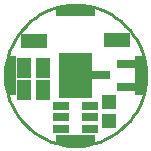
<source format=gbr>
G04 EAGLE Gerber RS-274X export*
G75*
%MOMM*%
%FSLAX34Y34*%
%LPD*%
%INSoldermask Top*%
%IPPOS*%
%AMOC8*
5,1,8,0,0,1.08239X$1,22.5*%
G01*
%ADD10R,1.173200X1.673200*%
%ADD11R,1.403200X0.803200*%
%ADD12R,1.503200X0.803200*%
%ADD13R,1.203200X1.153200*%
%ADD14R,2.203200X1.203200*%
%ADD15C,0.254000*%

G36*
X73662Y40515D02*
X73662Y40515D01*
X73664Y40514D01*
X73707Y40534D01*
X73751Y40552D01*
X73751Y40554D01*
X73753Y40555D01*
X73786Y40640D01*
X73786Y78740D01*
X73785Y78742D01*
X73786Y78744D01*
X73766Y78787D01*
X73748Y78831D01*
X73746Y78831D01*
X73745Y78833D01*
X73660Y78866D01*
X45720Y78866D01*
X45718Y78865D01*
X45716Y78866D01*
X45673Y78846D01*
X45629Y78828D01*
X45629Y78826D01*
X45627Y78825D01*
X45594Y78740D01*
X45594Y40640D01*
X45595Y40638D01*
X45594Y40636D01*
X45614Y40593D01*
X45632Y40549D01*
X45634Y40549D01*
X45635Y40547D01*
X45720Y40514D01*
X73660Y40514D01*
X73662Y40515D01*
G37*
G36*
X76202Y110365D02*
X76202Y110365D01*
X76204Y110364D01*
X76247Y110384D01*
X76291Y110402D01*
X76291Y110404D01*
X76293Y110405D01*
X76326Y110490D01*
X76326Y116586D01*
X76311Y116623D01*
X76302Y116661D01*
X76292Y116667D01*
X76288Y116677D01*
X76260Y116688D01*
X76225Y116710D01*
X68605Y118234D01*
X68593Y118231D01*
X68580Y118236D01*
X50800Y118236D01*
X50789Y118231D01*
X50775Y118234D01*
X43155Y116710D01*
X43123Y116688D01*
X43087Y116671D01*
X43082Y116660D01*
X43074Y116654D01*
X43069Y116625D01*
X43054Y116586D01*
X43054Y110490D01*
X43055Y110488D01*
X43054Y110486D01*
X43074Y110443D01*
X43092Y110399D01*
X43094Y110399D01*
X43095Y110397D01*
X43180Y110364D01*
X76200Y110364D01*
X76202Y110365D01*
G37*
G36*
X116623Y43069D02*
X116623Y43069D01*
X116661Y43078D01*
X116667Y43088D01*
X116677Y43092D01*
X116688Y43120D01*
X116710Y43155D01*
X118234Y50775D01*
X118231Y50787D01*
X118236Y50800D01*
X118236Y68580D01*
X118231Y68591D01*
X118234Y68605D01*
X116710Y76225D01*
X116688Y76258D01*
X116671Y76293D01*
X116660Y76298D01*
X116654Y76306D01*
X116625Y76311D01*
X116586Y76326D01*
X110490Y76326D01*
X110488Y76325D01*
X110486Y76326D01*
X110443Y76306D01*
X110399Y76288D01*
X110399Y76286D01*
X110397Y76285D01*
X110364Y76200D01*
X110364Y43180D01*
X110365Y43178D01*
X110364Y43176D01*
X110384Y43133D01*
X110402Y43089D01*
X110404Y43089D01*
X110405Y43087D01*
X110490Y43054D01*
X116586Y43054D01*
X116623Y43069D01*
G37*
G36*
X8892Y43055D02*
X8892Y43055D01*
X8894Y43054D01*
X8937Y43074D01*
X8981Y43092D01*
X8981Y43094D01*
X8983Y43095D01*
X9016Y43180D01*
X9016Y76200D01*
X9015Y76202D01*
X9016Y76204D01*
X8996Y76247D01*
X8978Y76291D01*
X8976Y76291D01*
X8975Y76293D01*
X8890Y76326D01*
X2794Y76326D01*
X2758Y76311D01*
X2719Y76302D01*
X2713Y76292D01*
X2703Y76288D01*
X2693Y76260D01*
X2670Y76225D01*
X1146Y68605D01*
X1149Y68593D01*
X1144Y68580D01*
X1144Y50800D01*
X1149Y50789D01*
X1146Y50775D01*
X2670Y43155D01*
X2693Y43123D01*
X2709Y43087D01*
X2720Y43082D01*
X2726Y43074D01*
X2755Y43069D01*
X2794Y43054D01*
X8890Y43054D01*
X8892Y43055D01*
G37*
G36*
X68591Y1149D02*
X68591Y1149D01*
X68605Y1146D01*
X76225Y2670D01*
X76258Y2693D01*
X76293Y2709D01*
X76298Y2720D01*
X76306Y2726D01*
X76311Y2755D01*
X76326Y2794D01*
X76326Y8890D01*
X76325Y8892D01*
X76326Y8894D01*
X76306Y8937D01*
X76288Y8981D01*
X76286Y8981D01*
X76285Y8983D01*
X76200Y9016D01*
X43180Y9016D01*
X43178Y9015D01*
X43176Y9016D01*
X43133Y8996D01*
X43089Y8978D01*
X43089Y8976D01*
X43087Y8975D01*
X43054Y8890D01*
X43054Y2794D01*
X43069Y2758D01*
X43078Y2719D01*
X43088Y2713D01*
X43092Y2703D01*
X43120Y2693D01*
X43155Y2670D01*
X50775Y1146D01*
X50787Y1149D01*
X50800Y1144D01*
X68580Y1144D01*
X68591Y1149D01*
G37*
D10*
X32430Y66040D03*
X15830Y66040D03*
X32430Y46990D03*
X15830Y46990D03*
D11*
X72190Y14630D03*
X72190Y24130D03*
X72190Y33630D03*
X47190Y33630D03*
X47190Y24130D03*
X47190Y14630D03*
D12*
X101940Y50190D03*
X101940Y69190D03*
X80940Y59690D03*
D13*
X87630Y37210D03*
X87630Y21210D03*
D14*
X24690Y88900D03*
X94690Y89400D03*
D15*
X0Y59690D02*
X227Y54488D01*
X907Y49325D01*
X2034Y44241D01*
X3600Y39275D01*
X5592Y34464D01*
X7997Y29845D01*
X10795Y25453D01*
X13965Y21322D01*
X17483Y17483D01*
X21322Y13965D01*
X25453Y10795D01*
X29845Y7997D01*
X34464Y5593D01*
X39275Y3600D01*
X44241Y2034D01*
X49325Y907D01*
X54488Y227D01*
X59690Y0D01*
X64892Y227D01*
X70055Y907D01*
X75139Y2034D01*
X80105Y3600D01*
X84916Y5593D01*
X89535Y7997D01*
X93927Y10795D01*
X98058Y13965D01*
X101897Y17483D01*
X105415Y21322D01*
X108585Y25453D01*
X111383Y29845D01*
X113787Y34464D01*
X115780Y39275D01*
X117346Y44241D01*
X118473Y49325D01*
X119153Y54488D01*
X119380Y59690D01*
X119153Y64892D01*
X118473Y70055D01*
X117346Y75139D01*
X115780Y80105D01*
X113788Y84916D01*
X111383Y89535D01*
X108585Y93927D01*
X105415Y98058D01*
X101897Y101897D01*
X98058Y105415D01*
X93927Y108585D01*
X89535Y111383D01*
X84916Y113788D01*
X80105Y115780D01*
X75139Y117346D01*
X70055Y118473D01*
X64892Y119153D01*
X59690Y119380D01*
X54488Y119153D01*
X49325Y118473D01*
X44241Y117346D01*
X39275Y115780D01*
X34464Y113788D01*
X29845Y111383D01*
X25453Y108585D01*
X21322Y105415D01*
X17483Y101897D01*
X13965Y98058D01*
X10795Y93927D01*
X7997Y89535D01*
X5592Y84916D01*
X3600Y80105D01*
X2034Y75139D01*
X907Y70055D01*
X227Y64892D01*
X0Y59690D01*
M02*

</source>
